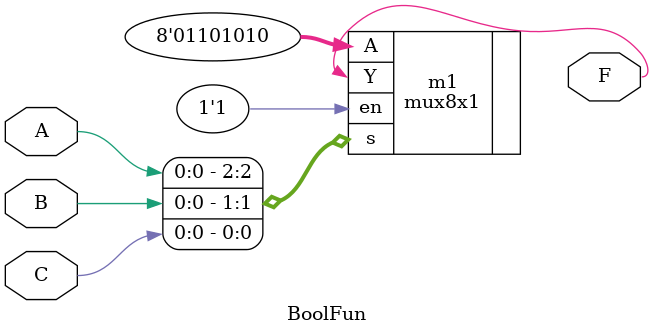
<source format=v>
`timescale 1ns / 1ps


module BoolFun(output F, input A,B,C);

    mux8x1 m1(.Y(F), .A(8'b01101010), .s({A,B,C}), .en(1'b1));  // F(A,B,C) = m(1,3,5,6)
    
endmodule

</source>
